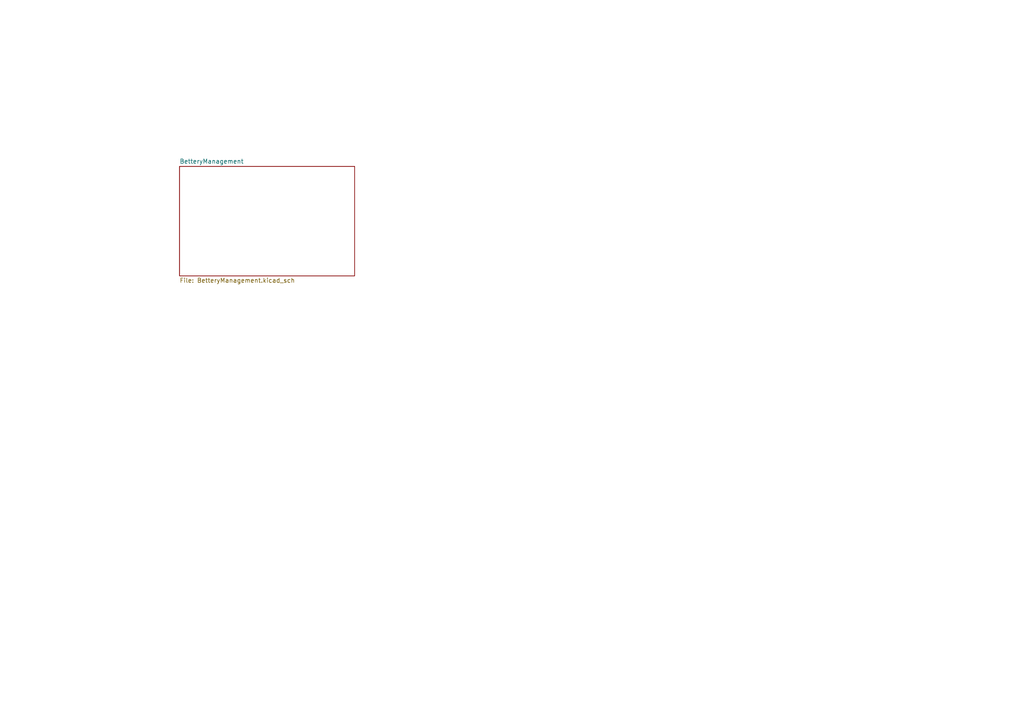
<source format=kicad_sch>
(kicad_sch
	(version 20231120)
	(generator "eeschema")
	(generator_version "8.0")
	(uuid "fd7ca932-dd06-4631-8346-89d66cb3bbde")
	(paper "A4")
	(lib_symbols)
	(sheet
		(at 52.07 48.26)
		(size 50.8 31.75)
		(fields_autoplaced yes)
		(stroke
			(width 0.1524)
			(type solid)
		)
		(fill
			(color 0 0 0 0.0000)
		)
		(uuid "dcd53938-1002-4657-84eb-9079f15463d7")
		(property "Sheetname" "BetteryManagement"
			(at 52.07 47.5484 0)
			(effects
				(font
					(size 1.27 1.27)
				)
				(justify left bottom)
			)
		)
		(property "Sheetfile" "BetteryManagement.kicad_sch"
			(at 52.07 80.5946 0)
			(effects
				(font
					(size 1.27 1.27)
				)
				(justify left top)
			)
		)
		(instances
			(project "TouchLed"
				(path "/fd7ca932-dd06-4631-8346-89d66cb3bbde"
					(page "2")
				)
			)
		)
	)
	(sheet_instances
		(path "/"
			(page "1")
		)
	)
)

</source>
